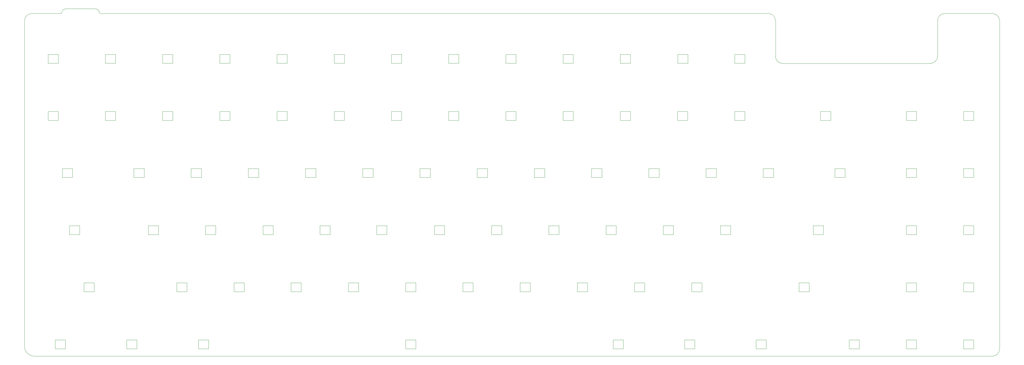
<source format=gbr>
%TF.GenerationSoftware,KiCad,Pcbnew,9.0.4*%
%TF.CreationDate,2025-09-14T19:43:05+01:00*%
%TF.ProjectId,keyboard,6b657962-6f61-4726-942e-6b696361645f,rev?*%
%TF.SameCoordinates,Original*%
%TF.FileFunction,Profile,NP*%
%FSLAX46Y46*%
G04 Gerber Fmt 4.6, Leading zero omitted, Abs format (unit mm)*
G04 Created by KiCad (PCBNEW 9.0.4) date 2025-09-14 19:43:05*
%MOMM*%
%LPD*%
G01*
G04 APERTURE LIST*
%TA.AperFunction,Profile*%
%ADD10C,0.100000*%
%TD*%
%TA.AperFunction,Profile*%
%ADD11C,0.120000*%
%TD*%
G04 APERTURE END LIST*
D10*
X57150000Y-31750000D02*
X56753125Y-31750000D01*
X354012500Y-31750050D02*
G75*
G02*
X356393750Y-34131250I0J-2381250D01*
G01*
X335756250Y-34131250D02*
X335756250Y-46037500D01*
X54768750Y-30162500D02*
X55165625Y-30162500D01*
X333375000Y-48418750D02*
X284162500Y-48418750D01*
X284162500Y-48418750D02*
G75*
G02*
X281781250Y-46037500I0J2381250D01*
G01*
X279400000Y-31750000D02*
X275431250Y-31750000D01*
X31750000Y-34131250D02*
G75*
G02*
X34131250Y-31750000I2381250J0D01*
G01*
X279400000Y-31750000D02*
G75*
G02*
X281781300Y-34131250I0J-2381300D01*
G01*
X46037500Y-30162500D02*
X54768750Y-30162500D01*
X55165625Y-30162500D02*
G75*
G02*
X56753100Y-31750000I-25J-1587500D01*
G01*
X356393750Y-34131250D02*
X356393750Y-143668750D01*
X43656250Y-31750000D02*
X44053125Y-31750000D01*
X338137500Y-31750000D02*
X354012500Y-31750000D01*
X281781250Y-34131250D02*
X281781250Y-46037500D01*
X335756250Y-34131250D02*
G75*
G02*
X338137500Y-31750050I2381250J-50D01*
G01*
X356393750Y-143668750D02*
G75*
G02*
X354012500Y-146049950I-2381250J50D01*
G01*
X44053125Y-31750000D02*
G75*
G02*
X45640625Y-30162525I1587475J0D01*
G01*
X34925000Y-146050000D02*
G75*
G02*
X31750000Y-142875000I0J3175000D01*
G01*
X335756250Y-46037500D02*
G75*
G02*
X333375000Y-48418750I-2381250J0D01*
G01*
X34131250Y-31750000D02*
X43656250Y-31750000D01*
X46037500Y-30162500D02*
X45640625Y-30162500D01*
X275431250Y-31750000D02*
X57150000Y-31750000D01*
X31750000Y-34131250D02*
X31750000Y-142875000D01*
X34925000Y-146050000D02*
X354012500Y-146050000D01*
D11*
%TO.C,LED_=1*%
X268175000Y-64381250D02*
X271575000Y-64381250D01*
X268175000Y-67381250D02*
X268175000Y-64381250D01*
X271575000Y-64381250D02*
X271575000Y-67381250D01*
X271575000Y-67381250D02*
X268175000Y-67381250D01*
%TO.C,LED_RSHIFT1*%
X289606250Y-121531250D02*
X293006250Y-121531250D01*
X289606250Y-124531250D02*
X289606250Y-121531250D01*
X293006250Y-121531250D02*
X293006250Y-124531250D01*
X293006250Y-124531250D02*
X289606250Y-124531250D01*
%TO.C,LED_B1*%
X158637500Y-121531250D02*
X162037500Y-121531250D01*
X158637500Y-124531250D02*
X158637500Y-121531250D01*
X162037500Y-121531250D02*
X162037500Y-124531250D01*
X162037500Y-124531250D02*
X158637500Y-124531250D01*
%TO.C,LED_CAPS1*%
X46718750Y-102481250D02*
X50118750Y-102481250D01*
X46718750Y-105481250D02*
X46718750Y-102481250D01*
X50118750Y-102481250D02*
X50118750Y-105481250D01*
X50118750Y-105481250D02*
X46718750Y-105481250D01*
%TO.C,LED_-1*%
X249125000Y-64381250D02*
X252525000Y-64381250D01*
X249125000Y-67381250D02*
X249125000Y-64381250D01*
X252525000Y-64381250D02*
X252525000Y-67381250D01*
X252525000Y-67381250D02*
X249125000Y-67381250D01*
%TO.C,LED_]1*%
X277700000Y-83431250D02*
X281100000Y-83431250D01*
X277700000Y-86431250D02*
X277700000Y-83431250D01*
X281100000Y-83431250D02*
X281100000Y-86431250D01*
X281100000Y-86431250D02*
X277700000Y-86431250D01*
%TO.C,LED_Home1*%
X344375000Y-64381250D02*
X347775000Y-64381250D01*
X344375000Y-67381250D02*
X344375000Y-64381250D01*
X347775000Y-64381250D02*
X347775000Y-67381250D01*
X347775000Y-67381250D02*
X344375000Y-67381250D01*
%TO.C,LED_F1*%
X58625000Y-45331250D02*
X62025000Y-45331250D01*
X58625000Y-48331250D02*
X58625000Y-45331250D01*
X62025000Y-45331250D02*
X62025000Y-48331250D01*
X62025000Y-48331250D02*
X58625000Y-48331250D01*
%TO.C,LED_M1*%
X196737500Y-121531250D02*
X200137500Y-121531250D01*
X196737500Y-124531250D02*
X196737500Y-121531250D01*
X200137500Y-121531250D02*
X200137500Y-124531250D01*
X200137500Y-124531250D02*
X196737500Y-124531250D01*
%TO.C,LED_L1*%
X225312500Y-102481250D02*
X228712500Y-102481250D01*
X225312500Y-105481250D02*
X225312500Y-102481250D01*
X228712500Y-102481250D02*
X228712500Y-105481250D01*
X228712500Y-105481250D02*
X225312500Y-105481250D01*
%TO.C,LED_LSHIFT1*%
X51481250Y-121531250D02*
X54881250Y-121531250D01*
X51481250Y-124531250D02*
X51481250Y-121531250D01*
X54881250Y-121531250D02*
X54881250Y-124531250D01*
X54881250Y-124531250D02*
X51481250Y-124531250D01*
%TO.C,LED_Ins1*%
X325325000Y-64381250D02*
X328725000Y-64381250D01*
X325325000Y-67381250D02*
X325325000Y-64381250D01*
X328725000Y-64381250D02*
X328725000Y-67381250D01*
X328725000Y-67381250D02*
X325325000Y-67381250D01*
%TO.C,LED_Del1*%
X325325000Y-83431250D02*
X328725000Y-83431250D01*
X325325000Y-86431250D02*
X325325000Y-83431250D01*
X328725000Y-83431250D02*
X328725000Y-86431250D01*
X328725000Y-86431250D02*
X325325000Y-86431250D01*
%TO.C,LED_F13*%
X130062500Y-102481250D02*
X133462500Y-102481250D01*
X130062500Y-105481250D02*
X130062500Y-102481250D01*
X133462500Y-102481250D02*
X133462500Y-105481250D01*
X133462500Y-105481250D02*
X130062500Y-105481250D01*
%TO.C,LED_F9*%
X211025000Y-45331250D02*
X214425000Y-45331250D01*
X211025000Y-48331250D02*
X211025000Y-45331250D01*
X214425000Y-45331250D02*
X214425000Y-48331250D01*
X214425000Y-48331250D02*
X211025000Y-48331250D01*
%TO.C,LED_F6*%
X153875000Y-45331250D02*
X157275000Y-45331250D01*
X153875000Y-48331250D02*
X153875000Y-45331250D01*
X157275000Y-45331250D02*
X157275000Y-48331250D01*
X157275000Y-48331250D02*
X153875000Y-48331250D01*
%TO.C,LED_F8*%
X191975000Y-45331250D02*
X195375000Y-45331250D01*
X191975000Y-48331250D02*
X191975000Y-45331250D01*
X195375000Y-45331250D02*
X195375000Y-48331250D01*
X195375000Y-48331250D02*
X191975000Y-48331250D01*
%TO.C,LED_UP1*%
X325325000Y-121531250D02*
X328725000Y-121531250D01*
X325325000Y-124531250D02*
X325325000Y-121531250D01*
X328725000Y-121531250D02*
X328725000Y-124531250D01*
X328725000Y-124531250D02*
X325325000Y-124531250D01*
%TO.C,LED_I1*%
X201500000Y-83431250D02*
X204900000Y-83431250D01*
X201500000Y-86431250D02*
X201500000Y-83431250D01*
X204900000Y-83431250D02*
X204900000Y-86431250D01*
X204900000Y-86431250D02*
X201500000Y-86431250D01*
%TO.C,LED_\u005C1*%
X301512500Y-83431250D02*
X304912500Y-83431250D01*
X301512500Y-86431250D02*
X301512500Y-83431250D01*
X304912500Y-83431250D02*
X304912500Y-86431250D01*
X304912500Y-86431250D02*
X301512500Y-86431250D01*
%TO.C,LED_Y1*%
X163400000Y-83431250D02*
X166800000Y-83431250D01*
X163400000Y-86431250D02*
X163400000Y-83431250D01*
X166800000Y-83431250D02*
X166800000Y-86431250D01*
X166800000Y-86431250D02*
X163400000Y-86431250D01*
%TO.C,LED_5*%
X134825000Y-64381250D02*
X138225000Y-64381250D01*
X134825000Y-67381250D02*
X134825000Y-64381250D01*
X138225000Y-64381250D02*
X138225000Y-67381250D01*
X138225000Y-67381250D02*
X134825000Y-67381250D01*
%TO.C,LED_T1*%
X144350000Y-83431250D02*
X147750000Y-83431250D01*
X144350000Y-86431250D02*
X144350000Y-83431250D01*
X147750000Y-83431250D02*
X147750000Y-86431250D01*
X147750000Y-86431250D02*
X144350000Y-86431250D01*
%TO.C,LED_K1*%
X206262500Y-102481250D02*
X209662500Y-102481250D01*
X206262500Y-105481250D02*
X206262500Y-102481250D01*
X209662500Y-102481250D02*
X209662500Y-105481250D01*
X209662500Y-105481250D02*
X206262500Y-105481250D01*
%TO.C,LED_F2*%
X77675000Y-45331250D02*
X81075000Y-45331250D01*
X77675000Y-48331250D02*
X77675000Y-45331250D01*
X81075000Y-45331250D02*
X81075000Y-48331250D01*
X81075000Y-48331250D02*
X77675000Y-48331250D01*
%TO.C,LED_\u002C1*%
X215787500Y-121531250D02*
X219187500Y-121531250D01*
X215787500Y-124531250D02*
X215787500Y-121531250D01*
X219187500Y-121531250D02*
X219187500Y-124531250D01*
X219187500Y-124531250D02*
X215787500Y-124531250D01*
%TO.C,LED_SPACE1*%
X158637500Y-140581250D02*
X162037500Y-140581250D01*
X158637500Y-143581250D02*
X158637500Y-140581250D01*
X162037500Y-140581250D02*
X162037500Y-143581250D01*
X162037500Y-143581250D02*
X158637500Y-143581250D01*
%TO.C,LED_.1*%
X234837500Y-121531250D02*
X238237500Y-121531250D01*
X234837500Y-124531250D02*
X234837500Y-121531250D01*
X238237500Y-121531250D02*
X238237500Y-124531250D01*
X238237500Y-124531250D02*
X234837500Y-124531250D01*
%TO.C,LED_PRTSCN1*%
X325325000Y-102481250D02*
X328725000Y-102481250D01*
X325325000Y-105481250D02*
X325325000Y-102481250D01*
X328725000Y-102481250D02*
X328725000Y-105481250D01*
X328725000Y-105481250D02*
X325325000Y-105481250D01*
%TO.C,LED_7*%
X172925000Y-64381250D02*
X176325000Y-64381250D01*
X172925000Y-67381250D02*
X172925000Y-64381250D01*
X176325000Y-64381250D02*
X176325000Y-67381250D01*
X176325000Y-67381250D02*
X172925000Y-67381250D01*
%TO.C,LED_6*%
X153875000Y-64381250D02*
X157275000Y-64381250D01*
X153875000Y-67381250D02*
X153875000Y-64381250D01*
X157275000Y-64381250D02*
X157275000Y-67381250D01*
X157275000Y-67381250D02*
X153875000Y-67381250D01*
%TO.C,LED_Tilda1*%
X39575000Y-64381250D02*
X42975000Y-64381250D01*
X39575000Y-67381250D02*
X39575000Y-64381250D01*
X42975000Y-64381250D02*
X42975000Y-67381250D01*
X42975000Y-67381250D02*
X39575000Y-67381250D01*
%TO.C,LED_G1*%
X148991250Y-102481250D02*
X152391250Y-102481250D01*
X148991250Y-105481250D02*
X148991250Y-102481250D01*
X152391250Y-102481250D02*
X152391250Y-105481250D01*
X152391250Y-105481250D02*
X148991250Y-105481250D01*
%TO.C,LED_F5*%
X134825000Y-45331250D02*
X138225000Y-45331250D01*
X134825000Y-48331250D02*
X134825000Y-45331250D01*
X138225000Y-45331250D02*
X138225000Y-48331250D01*
X138225000Y-48331250D02*
X134825000Y-48331250D01*
%TO.C,LED_RIGHT1*%
X344375000Y-140581250D02*
X347775000Y-140581250D01*
X344375000Y-143581250D02*
X344375000Y-140581250D01*
X347775000Y-140581250D02*
X347775000Y-143581250D01*
X347775000Y-143581250D02*
X344375000Y-143581250D01*
%TO.C,LED_F10*%
X230075000Y-45331250D02*
X233475000Y-45331250D01*
X230075000Y-48331250D02*
X230075000Y-45331250D01*
X233475000Y-45331250D02*
X233475000Y-48331250D01*
X233475000Y-48331250D02*
X230075000Y-48331250D01*
%TO.C,LED_Z1*%
X82437500Y-121531250D02*
X85837500Y-121531250D01*
X82437500Y-124531250D02*
X82437500Y-121531250D01*
X85837500Y-121531250D02*
X85837500Y-124531250D01*
X85837500Y-124531250D02*
X82437500Y-124531250D01*
%TO.C,LED_P1*%
X239600000Y-83431250D02*
X243000000Y-83431250D01*
X239600000Y-86431250D02*
X239600000Y-83431250D01*
X243000000Y-83431250D02*
X243000000Y-86431250D01*
X243000000Y-86431250D02*
X239600000Y-86431250D01*
%TO.C,LED_LEFT1*%
X306275000Y-140581250D02*
X309675000Y-140581250D01*
X306275000Y-143581250D02*
X306275000Y-140581250D01*
X309675000Y-140581250D02*
X309675000Y-143581250D01*
X309675000Y-143581250D02*
X306275000Y-143581250D01*
%TO.C,LED_9*%
X211025000Y-64381250D02*
X214425000Y-64381250D01*
X211025000Y-67381250D02*
X211025000Y-64381250D01*
X214425000Y-64381250D02*
X214425000Y-67381250D01*
X214425000Y-67381250D02*
X211025000Y-67381250D01*
%TO.C,LED_0*%
X230075000Y-64381250D02*
X233475000Y-64381250D01*
X230075000Y-67381250D02*
X230075000Y-64381250D01*
X233475000Y-64381250D02*
X233475000Y-67381250D01*
X233475000Y-67381250D02*
X230075000Y-67381250D01*
%TO.C,LED_F11*%
X249246250Y-45331250D02*
X252646250Y-45331250D01*
X249246250Y-48331250D02*
X249246250Y-45331250D01*
X252646250Y-45331250D02*
X252646250Y-48331250D01*
X252646250Y-48331250D02*
X249246250Y-48331250D01*
%TO.C,LED_E1*%
X106250000Y-83431250D02*
X109650000Y-83431250D01*
X106250000Y-86431250D02*
X106250000Y-83431250D01*
X109650000Y-83431250D02*
X109650000Y-86431250D01*
X109650000Y-86431250D02*
X106250000Y-86431250D01*
%TO.C,LED_DOWN1*%
X325325000Y-140581250D02*
X328725000Y-140581250D01*
X325325000Y-143581250D02*
X325325000Y-140581250D01*
X328725000Y-140581250D02*
X328725000Y-143581250D01*
X328725000Y-143581250D02*
X325325000Y-143581250D01*
%TO.C,LED_PGUP1*%
X344375000Y-102481250D02*
X347775000Y-102481250D01*
X344375000Y-105481250D02*
X344375000Y-102481250D01*
X347775000Y-102481250D02*
X347775000Y-105481250D01*
X347775000Y-105481250D02*
X344375000Y-105481250D01*
%TO.C,LED_[1*%
X258650000Y-83431250D02*
X262050000Y-83431250D01*
X258650000Y-86431250D02*
X258650000Y-83431250D01*
X262050000Y-83431250D02*
X262050000Y-86431250D01*
X262050000Y-86431250D02*
X258650000Y-86431250D01*
%TO.C,LED_;1*%
X244362500Y-102481250D02*
X247762500Y-102481250D01*
X244362500Y-105481250D02*
X244362500Y-102481250D01*
X247762500Y-102481250D02*
X247762500Y-105481250D01*
X247762500Y-105481250D02*
X244362500Y-105481250D01*
%TO.C,LED_End1*%
X344375000Y-83431250D02*
X347775000Y-83431250D01*
X344375000Y-86431250D02*
X344375000Y-83431250D01*
X347775000Y-83431250D02*
X347775000Y-86431250D01*
X347775000Y-86431250D02*
X344375000Y-86431250D01*
%TO.C,LED_TAB1*%
X44337500Y-83431250D02*
X47737500Y-83431250D01*
X44337500Y-86431250D02*
X44337500Y-83431250D01*
X47737500Y-83431250D02*
X47737500Y-86431250D01*
X47737500Y-86431250D02*
X44337500Y-86431250D01*
%TO.C,LED_ENTER1*%
X294368750Y-102481250D02*
X297768750Y-102481250D01*
X294368750Y-105481250D02*
X294368750Y-102481250D01*
X297768750Y-102481250D02*
X297768750Y-105481250D01*
X297768750Y-105481250D02*
X294368750Y-105481250D01*
%TO.C,LED_H1*%
X168162500Y-102481250D02*
X171562500Y-102481250D01*
X168162500Y-105481250D02*
X168162500Y-102481250D01*
X171562500Y-102481250D02*
X171562500Y-105481250D01*
X171562500Y-105481250D02*
X168162500Y-105481250D01*
%TO.C,LED_Q1*%
X68150000Y-83431250D02*
X71550000Y-83431250D01*
X68150000Y-86431250D02*
X68150000Y-83431250D01*
X71550000Y-83431250D02*
X71550000Y-86431250D01*
X71550000Y-86431250D02*
X68150000Y-86431250D01*
%TO.C,LED_J1*%
X187212500Y-102481250D02*
X190612500Y-102481250D01*
X187212500Y-105481250D02*
X187212500Y-102481250D01*
X190612500Y-102481250D02*
X190612500Y-105481250D01*
X190612500Y-105481250D02*
X187212500Y-105481250D01*
%TO.C,LED_C1*%
X120416250Y-121531250D02*
X123816250Y-121531250D01*
X120416250Y-124531250D02*
X120416250Y-121531250D01*
X123816250Y-121531250D02*
X123816250Y-124531250D01*
X123816250Y-124531250D02*
X120416250Y-124531250D01*
%TO.C,LED_R1*%
X125300000Y-83431250D02*
X128700000Y-83431250D01*
X125300000Y-86431250D02*
X125300000Y-83431250D01*
X128700000Y-83431250D02*
X128700000Y-86431250D01*
X128700000Y-86431250D02*
X125300000Y-86431250D01*
%TO.C,LED_LCTRL1*%
X41956250Y-140581250D02*
X45356250Y-140581250D01*
X41956250Y-143581250D02*
X41956250Y-140581250D01*
X45356250Y-140581250D02*
X45356250Y-143581250D01*
X45356250Y-143581250D02*
X41956250Y-143581250D01*
%TO.C,LED_3*%
X96725000Y-64381250D02*
X100125000Y-64381250D01*
X96725000Y-67381250D02*
X96725000Y-64381250D01*
X100125000Y-64381250D02*
X100125000Y-67381250D01*
X100125000Y-67381250D02*
X96725000Y-67381250D01*
%TO.C,LED_F7*%
X172925000Y-45331250D02*
X176325000Y-45331250D01*
X172925000Y-48331250D02*
X172925000Y-45331250D01*
X176325000Y-45331250D02*
X176325000Y-48331250D01*
X176325000Y-48331250D02*
X172925000Y-48331250D01*
%TO.C,LED_/1*%
X253887500Y-121531250D02*
X257287500Y-121531250D01*
X253887500Y-124531250D02*
X253887500Y-121531250D01*
X257287500Y-121531250D02*
X257287500Y-124531250D01*
X257287500Y-124531250D02*
X253887500Y-124531250D01*
%TO.C,LED_8*%
X191975000Y-64381250D02*
X195375000Y-64381250D01*
X191975000Y-67381250D02*
X191975000Y-64381250D01*
X195375000Y-64381250D02*
X195375000Y-67381250D01*
X195375000Y-67381250D02*
X191975000Y-67381250D01*
%TO.C,LED_1*%
X58625000Y-64381250D02*
X62025000Y-64381250D01*
X58625000Y-67381250D02*
X58625000Y-64381250D01*
X62025000Y-64381250D02*
X62025000Y-67381250D01*
X62025000Y-67381250D02*
X58625000Y-67381250D01*
%TO.C,LED_U1*%
X182450000Y-83431250D02*
X185850000Y-83431250D01*
X182450000Y-86431250D02*
X182450000Y-83431250D01*
X185850000Y-83431250D02*
X185850000Y-86431250D01*
X185850000Y-86431250D02*
X182450000Y-86431250D01*
%TO.C,LED_O1*%
X220550000Y-83431250D02*
X223950000Y-83431250D01*
X220550000Y-86431250D02*
X220550000Y-83431250D01*
X223950000Y-83431250D02*
X223950000Y-86431250D01*
X223950000Y-86431250D02*
X220550000Y-86431250D01*
%TO.C,LED_F12*%
X268175000Y-45331250D02*
X271575000Y-45331250D01*
X268175000Y-48331250D02*
X268175000Y-45331250D01*
X271575000Y-45331250D02*
X271575000Y-48331250D01*
X271575000Y-48331250D02*
X268175000Y-48331250D01*
%TO.C,LED_W1*%
X87200000Y-83431250D02*
X90600000Y-83431250D01*
X87200000Y-86431250D02*
X87200000Y-83431250D01*
X90600000Y-83431250D02*
X90600000Y-86431250D01*
X90600000Y-86431250D02*
X87200000Y-86431250D01*
%TO.C,LED_4*%
X115775000Y-64381250D02*
X119175000Y-64381250D01*
X115775000Y-67381250D02*
X115775000Y-64381250D01*
X119175000Y-64381250D02*
X119175000Y-67381250D01*
X119175000Y-67381250D02*
X115775000Y-67381250D01*
%TO.C,LED_X1*%
X101487500Y-121531250D02*
X104887500Y-121531250D01*
X101487500Y-124531250D02*
X101487500Y-121531250D01*
X104887500Y-121531250D02*
X104887500Y-124531250D01*
X104887500Y-124531250D02*
X101487500Y-124531250D01*
%TO.C,LED_LALT1*%
X89581250Y-140581250D02*
X92981250Y-140581250D01*
X89581250Y-143581250D02*
X89581250Y-140581250D01*
X92981250Y-140581250D02*
X92981250Y-143581250D01*
X92981250Y-143581250D02*
X89581250Y-143581250D01*
%TO.C,LED_F3*%
X96725000Y-45331250D02*
X100125000Y-45331250D01*
X96725000Y-48331250D02*
X96725000Y-45331250D01*
X100125000Y-45331250D02*
X100125000Y-48331250D01*
X100125000Y-48331250D02*
X96725000Y-48331250D01*
%TO.C,LED_'1*%
X263412500Y-102481250D02*
X266812500Y-102481250D01*
X263412500Y-105481250D02*
X263412500Y-102481250D01*
X266812500Y-102481250D02*
X266812500Y-105481250D01*
X266812500Y-105481250D02*
X263412500Y-105481250D01*
%TO.C,LED_RCTRL1*%
X275318750Y-140581250D02*
X278718750Y-140581250D01*
X275318750Y-143581250D02*
X275318750Y-140581250D01*
X278718750Y-140581250D02*
X278718750Y-143581250D01*
X278718750Y-143581250D02*
X275318750Y-143581250D01*
%TO.C,LED_D1*%
X111133750Y-102481250D02*
X114533750Y-102481250D01*
X111133750Y-105481250D02*
X111133750Y-102481250D01*
X114533750Y-102481250D02*
X114533750Y-105481250D01*
X114533750Y-105481250D02*
X111133750Y-105481250D01*
%TO.C,LED_RALT1*%
X227693750Y-140581250D02*
X231093750Y-140581250D01*
X227693750Y-143581250D02*
X227693750Y-140581250D01*
X231093750Y-140581250D02*
X231093750Y-143581250D01*
X231093750Y-143581250D02*
X227693750Y-143581250D01*
%TO.C,LED_RWIN1*%
X251506250Y-140581250D02*
X254906250Y-140581250D01*
X251506250Y-143581250D02*
X251506250Y-140581250D01*
X254906250Y-140581250D02*
X254906250Y-143581250D01*
X254906250Y-143581250D02*
X251506250Y-143581250D01*
%TO.C,LED_F4*%
X115775000Y-45331250D02*
X119175000Y-45331250D01*
X115775000Y-48331250D02*
X115775000Y-45331250D01*
X119175000Y-45331250D02*
X119175000Y-48331250D01*
X119175000Y-48331250D02*
X115775000Y-48331250D01*
%TO.C,LED_2*%
X77675000Y-64381250D02*
X81075000Y-64381250D01*
X77675000Y-67381250D02*
X77675000Y-64381250D01*
X81075000Y-64381250D02*
X81075000Y-67381250D01*
X81075000Y-67381250D02*
X77675000Y-67381250D01*
%TO.C,LED_V1*%
X139587500Y-121531250D02*
X142987500Y-121531250D01*
X139587500Y-124531250D02*
X139587500Y-121531250D01*
X142987500Y-121531250D02*
X142987500Y-124531250D01*
X142987500Y-124531250D02*
X139587500Y-124531250D01*
%TO.C,LED_N1*%
X177687500Y-121531250D02*
X181087500Y-121531250D01*
X177687500Y-124531250D02*
X177687500Y-121531250D01*
X181087500Y-121531250D02*
X181087500Y-124531250D01*
X181087500Y-124531250D02*
X177687500Y-124531250D01*
%TO.C,LED_BckSpace1*%
X296750000Y-64381250D02*
X300150000Y-64381250D01*
X296750000Y-67381250D02*
X296750000Y-64381250D01*
X300150000Y-64381250D02*
X300150000Y-67381250D01*
X300150000Y-67381250D02*
X296750000Y-67381250D01*
%TO.C,LED_LWIN1*%
X65768750Y-140581250D02*
X69168750Y-140581250D01*
X65768750Y-143581250D02*
X65768750Y-140581250D01*
X69168750Y-140581250D02*
X69168750Y-143581250D01*
X69168750Y-143581250D02*
X65768750Y-143581250D01*
%TO.C,LED_A1*%
X72912500Y-102481250D02*
X76312500Y-102481250D01*
X72912500Y-105481250D02*
X72912500Y-102481250D01*
X76312500Y-102481250D02*
X76312500Y-105481250D01*
X76312500Y-105481250D02*
X72912500Y-105481250D01*
%TO.C,LED_PGDN1*%
X344375000Y-121531250D02*
X347775000Y-121531250D01*
X344375000Y-124531250D02*
X344375000Y-121531250D01*
X347775000Y-121531250D02*
X347775000Y-124531250D01*
X347775000Y-124531250D02*
X344375000Y-124531250D01*
%TO.C,LED_S1*%
X91962500Y-102481250D02*
X95362500Y-102481250D01*
X91962500Y-105481250D02*
X91962500Y-102481250D01*
X95362500Y-102481250D02*
X95362500Y-105481250D01*
X95362500Y-105481250D02*
X91962500Y-105481250D01*
%TO.C,LED_Esc1*%
X39575000Y-45331250D02*
X42975000Y-45331250D01*
X39575000Y-48331250D02*
X39575000Y-45331250D01*
X42975000Y-45331250D02*
X42975000Y-48331250D01*
X42975000Y-48331250D02*
X39575000Y-48331250D01*
%TD*%
M02*

</source>
